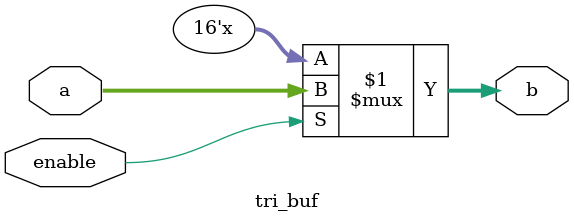
<source format=v>
module tri_buf (
    input [15:0] a,
    input enable,
    output [15:0] b
);
    assign b = enable ? a : 16'bz;
endmodule

</source>
